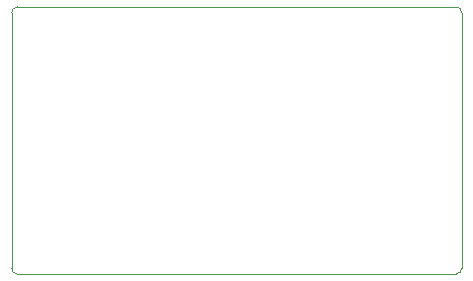
<source format=gm1>
G04 #@! TF.GenerationSoftware,KiCad,Pcbnew,8.0.4*
G04 #@! TF.CreationDate,2024-09-19T17:48:01+02:00*
G04 #@! TF.ProjectId,vibration-motor,76696272-6174-4696-9f6e-2d6d6f746f72,rev?*
G04 #@! TF.SameCoordinates,Original*
G04 #@! TF.FileFunction,Profile,NP*
%FSLAX46Y46*%
G04 Gerber Fmt 4.6, Leading zero omitted, Abs format (unit mm)*
G04 Created by KiCad (PCBNEW 8.0.4) date 2024-09-19 17:48:01*
%MOMM*%
%LPD*%
G01*
G04 APERTURE LIST*
G04 #@! TA.AperFunction,Profile*
%ADD10C,0.050000*%
G04 #@! TD*
G04 APERTURE END LIST*
D10*
X107123261Y-46500000D02*
G75*
G02*
X107623300Y-47000000I39J-500000D01*
G01*
X69500000Y-47000000D02*
G75*
G02*
X70000000Y-46500000I500000J0D01*
G01*
X107623261Y-68621790D02*
G75*
G02*
X107123261Y-69121761I-499961J-10D01*
G01*
X70000000Y-69121790D02*
G75*
G02*
X69500010Y-68621790I0J499990D01*
G01*
X70000000Y-46500000D02*
X107123261Y-46500000D01*
X107623261Y-47000000D02*
X107623261Y-68621790D01*
X69500000Y-68621790D02*
X69500000Y-47000000D01*
X107123261Y-69121790D02*
X70000000Y-69121790D01*
M02*

</source>
